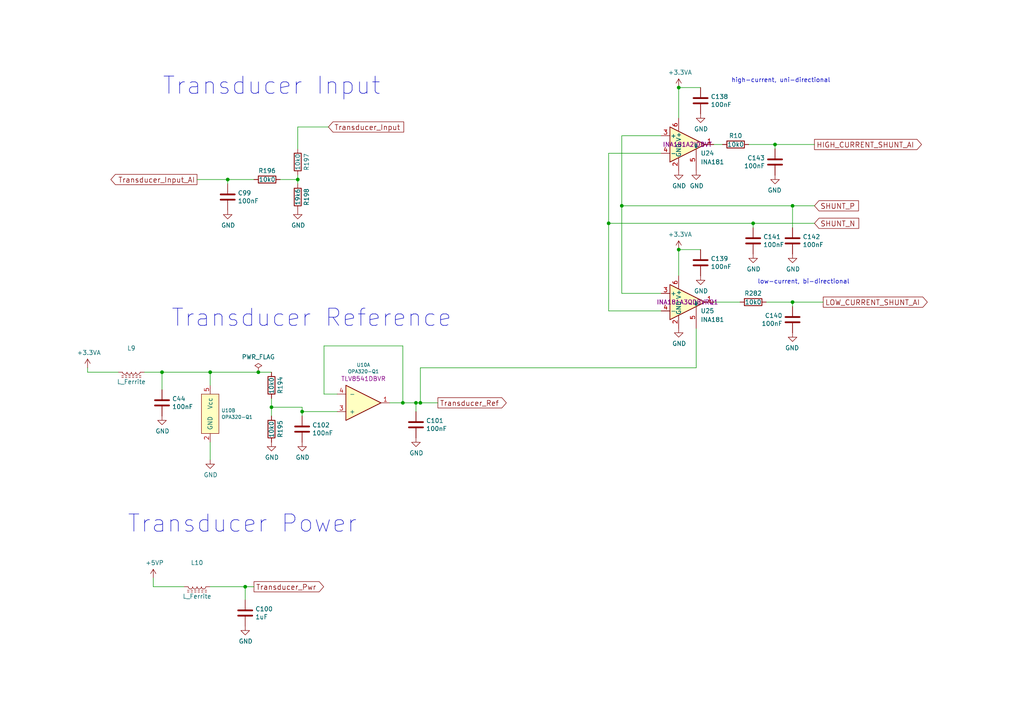
<source format=kicad_sch>
(kicad_sch (version 20250114) (generator "eeschema") (generator_version "9.0")
  (paper "A4")
  (lib_symbols
    (symbol "Amplifier_Current:INA181" (pin_names (offset 0.127))
      (property "Reference" "U" (at 3.81 3.81 0))
      (property "Value" "INA181" (at 3.81 -2.54 0))
      (symbol "INA181_0_1"
        (polyline (pts (xy 5.08 0) (xy -5.08 5.08) (xy -5.08 -5.08) (xy 5.08 0)) (stroke (width 0.254)) (fill (type background)))
      )
      (symbol "INA181_1_1"
        (pin input line (at -7.62 2.54 0) (length 2.54) (name "+") (number "3"))
        (pin input line (at -7.62 -2.54 0) (length 2.54) (name "-") (number "4"))
        (pin power_in line (at -2.54 7.62 270) (length 3.81) (name "V+") (number "6"))
        (pin power_in line (at -2.54 -7.62 90) (length 3.81) (name "GND") (number "2"))
        (pin input line (at 2.54 -7.62 90) (length 6.35) (name "REF") (number "5"))
        (pin output line (at 7.62 0 180) (length 2.54) (name "~") (number "1"))
      )
    )
    (symbol "Device:C" (pin_numbers (hide yes)) (pin_names (offset 0.254))
      (property "Reference" "C" (at 0.635 2.54 0))
      (property "Value" "C" (at 0.635 -2.54 0))
      (symbol "C_0_1"
        (polyline (pts (xy -2.032 0.762) (xy 2.032 0.762)) (stroke (width 0.508)))
        (polyline (pts (xy -2.032 -0.762) (xy 2.032 -0.762)) (stroke (width 0.508)))
      )
      (symbol "C_1_1"
        (pin passive line (at 0 3.81 270) (length 2.794) (name "~") (number "1"))
        (pin passive line (at 0 -3.81 90) (length 2.794) (name "~") (number "2"))
      )
    )
    (symbol "Device:L_Ferrite" (pin_numbers (hide yes)) (pin_names (offset 1.016) (hide yes))
      (property "Reference" "L" (at -1.27 0 90))
      (property "Value" "L_Ferrite" (at 2.794 0 90))
      (symbol "L_Ferrite_0_1"
        (arc (start 0 2.54) (mid 0.6323 1.905) (end 0 1.27))
        (arc (start 0 1.27) (mid 0.6323 0.635) (end 0 0))
        (arc (start 0 0) (mid 0.6323 -0.635) (end 0 -1.27))
        (arc (start 0 -1.27) (mid 0.6323 -1.905) (end 0 -2.54))
        (polyline (pts (xy 1.016 2.286) (xy 1.016 2.794)))
        (polyline (pts (xy 1.016 1.27) (xy 1.016 1.778)))
        (polyline (pts (xy 1.016 0.254) (xy 1.016 0.762)))
        (polyline (pts (xy 1.016 -0.762) (xy 1.016 -0.254)))
        (polyline (pts (xy 1.016 -1.778) (xy 1.016 -1.27)))
        (polyline (pts (xy 1.016 -2.794) (xy 1.016 -2.286)))
        (polyline (pts (xy 1.524 2.794) (xy 1.524 2.286)))
        (polyline (pts (xy 1.524 1.778) (xy 1.524 1.27)))
        (polyline (pts (xy 1.524 0.762) (xy 1.524 0.254)))
        (polyline (pts (xy 1.524 -0.254) (xy 1.524 -0.762)))
        (polyline (pts (xy 1.524 -1.27) (xy 1.524 -1.778)))
        (polyline (pts (xy 1.524 -2.286) (xy 1.524 -2.794)))
      )
      (symbol "L_Ferrite_1_1"
        (pin passive line (at 0 3.81 270) (length 1.27) (name "1") (number "1"))
        (pin passive line (at 0 -3.81 90) (length 1.27) (name "2") (number "2"))
      )
    )
    (symbol "Device:R" (pin_numbers (hide yes)) (pin_names (offset 0))
      (property "Reference" "R" (at 2.032 0 90))
      (property "Value" "R" (at 0 0 90))
      (symbol "R_0_1"
        (rectangle (start -1.016 -2.54) (end 1.016 2.54) (stroke (width 0.254)))
      )
      (symbol "R_1_1"
        (pin passive line (at 0 3.81 270) (length 1.27) (name "~") (number "1"))
        (pin passive line (at 0 -3.81 90) (length 1.27) (name "~") (number "2"))
      )
    )
    (symbol "ICs:OPA320-Q1" (pin_names (offset 1.016))
      (property "Reference" "U" (at -7.62 5.08 0))
      (property "Value" "OPA320-Q1" (at -8.89 -3.81 0))
      (property "Part Number" "OPA320AQDBVRQ1" (at -5.08 7.62 0))
      (symbol "OPA320-Q1_1_1"
        (polyline (pts (xy -10.16 0) (xy 0 5.08) (xy 0 -5.08) (xy -10.16 0)) (stroke (width 0.254)) (fill (type background)))
        (pin output line (at -12.7 0 0) (length 2.4892) (name "~") (number "1"))
        (pin input line (at 2.54 2.54 180) (length 2.4892) (name "+") (number "3"))
        (pin input line (at 2.54 -2.54 180) (length 2.4892) (name "-") (number "4"))
      )
      (symbol "OPA320-Q1_2_1"
        (rectangle (start -5.08 6.35) (end 0 -5.08) (fill (type background)))
        (pin power_in line (at -2.54 8.89 270) (length 2.4892) (name "Vcc") (number "5"))
        (pin power_in line (at -2.54 -7.62 90) (length 2.4892) (name "GND") (number "2"))
      )
    )
    (symbol "power:+3.3VA" (power) (pin_names (offset 0))
      (property "Value" "+3.3VA" (at 0 3.556 0))
      (symbol "+3.3VA_0_1"
        (polyline (pts (xy -0.762 1.27) (xy 0 2.54)))
        (polyline (pts (xy 0 2.54) (xy 0.762 1.27)))
        (polyline (pts (xy 0 0) (xy 0 2.54)))
      )
      (symbol "+3.3VA_1_1"
        (pin power_in line (at 0 0 90) (length 0) (hide yes) (name "+3.3VA") (number "1"))
      )
    )
    (symbol "power:+5VP" (power) (pin_names (offset 0))
      (property "Value" "+5VP" (at 0 3.556 0))
      (symbol "+5VP_0_1"
        (polyline (pts (xy -0.762 1.27) (xy 0 2.54)))
        (polyline (pts (xy 0 2.54) (xy 0.762 1.27)))
        (polyline (pts (xy 0 0) (xy 0 2.54)))
      )
      (symbol "+5VP_1_1"
        (pin power_in line (at 0 0 90) (length 0) (hide yes) (name "+5VP") (number "1"))
      )
    )
    (symbol "power:GND" (power) (pin_names (offset 0))
      (property "Value" "GND" (at 0 -3.81 0))
      (symbol "GND_0_1"
        (polyline (pts (xy 0 0) (xy 0 -1.27) (xy 1.27 -1.27) (xy 0 -2.54) (xy -1.27 -1.27) (xy 0 -1.27)))
      )
      (symbol "GND_1_1"
        (pin power_in line (at 0 0 270) (length 0) (hide yes) (name "GND") (number "1"))
      )
    )
    (symbol "power:PWR_FLAG" (power) (pin_numbers (hide yes)) (pin_names (offset 0) (hide yes))
      (property "Value" "PWR_FLAG" (at 0 3.81 0))
      (symbol "PWR_FLAG_0_0"
        (pin power_out line (at 0 0 90) (length 0) (name "pwr") (number "1"))
      )
      (symbol "PWR_FLAG_0_1"
        (polyline (pts (xy 0 0) (xy 0 1.27) (xy -1.016 1.905) (xy 0 2.54) (xy 1.016 1.905) (xy 0 1.27)))
      )
    )
  )
  (text "low-current, bi-directional" (at 219.71 82.55 0) (effects (font (size 1.27 1.27)) (justify left bottom)))
  (text "Transducer Reference" (at 49.53 95.25 0) (effects (font (size 5.0038 5.0038)) (justify left bottom)))
  (text "Transducer Input" (at 46.99 27.94 0) (effects (font (size 5.0038 5.0038)) (justify left bottom)))
  (text "Transducer Power" (at 36.83 154.94 0) (effects (font (size 5.0038 5.0038)) (justify left bottom)))
  (text "high-current, uni-directional" (at 212.09 24.13 0) (effects (font (size 1.27 1.27)) (justify left bottom)))
  (junction (at 74.93 107.95))
  (junction (at 224.79 41.91))
  (junction (at 176.53 64.77))
  (junction (at 78.74 118.11))
  (junction (at 180.34 59.69))
  (junction (at 196.85 25.4))
  (junction (at 121.92 116.84))
  (junction (at 229.87 59.69))
  (junction (at 87.63 119.38))
  (junction (at 116.84 116.84))
  (junction (at 71.12 170.18))
  (junction (at 229.87 87.63))
  (junction (at 66.04 52.07))
  (junction (at 218.44 64.77))
  (junction (at 60.96 107.95))
  (junction (at 196.85 72.39))
  (junction (at 86.36 52.07))
  (junction (at 46.99 107.95))
  (junction (at 120.65 116.84))
  (wire (pts (xy 87.63 118.11) (xy 78.74 118.11)))
  (wire (pts (xy 120.65 116.84) (xy 120.65 119.38)))
  (wire (pts (xy 191.77 85.09) (xy 180.34 85.09)))
  (wire (pts (xy 95.25 36.83) (xy 86.36 36.83)))
  (wire (pts (xy 196.85 25.4) (xy 196.85 34.29)))
  (wire (pts (xy 71.12 170.18) (xy 60.96 170.18)))
  (wire (pts (xy 180.34 85.09) (xy 180.34 59.69)))
  (wire (pts (xy 116.84 116.84) (xy 116.84 100.33)))
  (wire (pts (xy 44.45 170.18) (xy 44.45 167.64)))
  (wire (pts (xy 46.99 107.95) (xy 46.99 113.03)))
  (wire (pts (xy 218.44 64.77) (xy 176.53 64.77)))
  (wire (pts (xy 78.74 115.57) (xy 78.74 118.11)))
  (wire (pts (xy 87.63 120.65) (xy 87.63 119.38)))
  (wire (pts (xy 74.93 107.95) (xy 78.74 107.95)))
  (wire (pts (xy 93.98 100.33) (xy 93.98 114.3)))
  (wire (pts (xy 116.84 116.84) (xy 120.65 116.84)))
  (wire (pts (xy 222.25 87.63) (xy 229.87 87.63)))
  (wire (pts (xy 86.36 36.83) (xy 86.36 43.18)))
  (wire (pts (xy 229.87 59.69) (xy 180.34 59.69)))
  (wire (pts (xy 44.45 170.18) (xy 53.34 170.18)))
  (wire (pts (xy 229.87 87.63) (xy 238.76 87.63)))
  (wire (pts (xy 86.36 52.07) (xy 81.28 52.07)))
  (wire (pts (xy 201.93 106.68) (xy 201.93 95.25)))
  (wire (pts (xy 203.2 72.39) (xy 196.85 72.39)))
  (wire (pts (xy 176.53 64.77) (xy 176.53 90.17)))
  (wire (pts (xy 209.55 41.91) (xy 207.01 41.91)))
  (wire (pts (xy 25.4 107.95) (xy 34.29 107.95)))
  (wire (pts (xy 73.66 170.18) (xy 71.12 170.18)))
  (wire (pts (xy 60.96 107.95) (xy 74.93 107.95)))
  (wire (pts (xy 113.03 116.84) (xy 116.84 116.84)))
  (wire (pts (xy 93.98 114.3) (xy 97.79 114.3)))
  (wire (pts (xy 191.77 44.45) (xy 176.53 44.45)))
  (wire (pts (xy 86.36 52.07) (xy 86.36 53.34)))
  (wire (pts (xy 224.79 41.91) (xy 217.17 41.91)))
  (wire (pts (xy 214.63 87.63) (xy 207.01 87.63)))
  (wire (pts (xy 176.53 44.45) (xy 176.53 64.77)))
  (wire (pts (xy 196.85 72.39) (xy 196.85 80.01)))
  (wire (pts (xy 71.12 173.99) (xy 71.12 170.18)))
  (wire (pts (xy 180.34 59.69) (xy 180.34 39.37)))
  (wire (pts (xy 176.53 90.17) (xy 191.77 90.17)))
  (wire (pts (xy 127 116.84) (xy 121.92 116.84)))
  (wire (pts (xy 87.63 119.38) (xy 97.79 119.38)))
  (wire (pts (xy 180.34 39.37) (xy 191.77 39.37)))
  (wire (pts (xy 87.63 119.38) (xy 87.63 118.11)))
  (wire (pts (xy 25.4 107.95) (xy 25.4 106.68)))
  (wire (pts (xy 116.84 100.33) (xy 93.98 100.33)))
  (wire (pts (xy 236.22 59.69) (xy 229.87 59.69)))
  (wire (pts (xy 218.44 66.04) (xy 218.44 64.77)))
  (wire (pts (xy 86.36 50.8) (xy 86.36 52.07)))
  (wire (pts (xy 203.2 25.4) (xy 196.85 25.4)))
  (wire (pts (xy 46.99 107.95) (xy 60.96 107.95)))
  (wire (pts (xy 229.87 87.63) (xy 229.87 88.9)))
  (wire (pts (xy 229.87 59.69) (xy 229.87 66.04)))
  (wire (pts (xy 66.04 52.07) (xy 57.15 52.07)))
  (wire (pts (xy 41.91 107.95) (xy 46.99 107.95)))
  (wire (pts (xy 224.79 41.91) (xy 224.79 43.18)))
  (wire (pts (xy 73.66 52.07) (xy 66.04 52.07)))
  (wire (pts (xy 78.74 118.11) (xy 78.74 120.65)))
  (wire (pts (xy 121.92 116.84) (xy 120.65 116.84)))
  (wire (pts (xy 60.96 107.95) (xy 60.96 111.76)))
  (wire (pts (xy 121.92 116.84) (xy 121.92 106.68)))
  (wire (pts (xy 60.96 128.27) (xy 60.96 133.35)))
  (wire (pts (xy 121.92 106.68) (xy 201.93 106.68)))
  (wire (pts (xy 66.04 52.07) (xy 66.04 53.34)))
  (wire (pts (xy 236.22 64.77) (xy 218.44 64.77)))
  (wire (pts (xy 236.22 41.91) (xy 224.79 41.91)))
  (global_label "Transducer_Input" (shape input) (at 95.25 36.83 0) (effects (font (size 1.4986 1.4986))) (property "Intersheetrefs" "${INTERSHEET_REFS}" (effects (hide yes))))
  (global_label "LOW_CURRENT_SHUNT_AI" (shape output) (at 238.76 87.63 0) (effects (font (size 1.4986 1.4986))) (property "Intersheetrefs" "${INTERSHEET_REFS}" (effects (hide yes))))
  (global_label "Transducer_Ref" (shape output) (at 127 116.84 0) (effects (font (size 1.4986 1.4986))) (property "Intersheetrefs" "${INTERSHEET_REFS}" (effects (hide yes))))
  (global_label "SHUNT_N" (shape input) (at 236.22 64.77 0) (effects (font (size 1.4986 1.4986))) (property "Intersheetrefs" "${INTERSHEET_REFS}" (effects (hide yes))))
  (global_label "Transducer_Pwr" (shape output) (at 73.66 170.18 0) (effects (font (size 1.4986 1.4986))) (property "Intersheetrefs" "${INTERSHEET_REFS}" (effects (hide yes))))
  (global_label "SHUNT_P" (shape input) (at 236.22 59.69 0) (effects (font (size 1.4986 1.4986))) (property "Intersheetrefs" "${INTERSHEET_REFS}" (effects (hide yes))))
  (global_label "HIGH_CURRENT_SHUNT_AI" (shape output) (at 236.22 41.91 0) (effects (font (size 1.4986 1.4986))) (property "Intersheetrefs" "${INTERSHEET_REFS}" (effects (hide yes))))
  (global_label "Transducer_Input_AI" (shape output) (at 57.15 52.07 180) (effects (font (size 1.4986 1.4986))) (property "Intersheetrefs" "${INTERSHEET_REFS}" (effects (hide yes))))
  (symbol (lib_id "Device:R") (at 78.74 111.76 0) (unit 1)
    (property "Reference" "R194" (at 81.28 114.3 90) (effects (justify left)))
    (property "Value" "10k0" (at 78.74 114.3 90) (effects (justify left)))
    (property "Footprint" "Resistor_SMD:R_0603_1608Metric" (effects (hide yes)))
    (property "Datasheet" "http://www.yageo.com/NewPortal/yageodocoutput?fileName=/pdf/R-Chip/PYu-AC_51_RoHS_L_6.pdf" (effects (hide yes)))
    (property "Digikey_PN" "311-10KLDCT-ND" (effects (hide yes)))
    (property "MPN" "AC0603FR-0710KL" (effects (hide yes)))
    (property "Part Number" "AC0603FR-0710KL" (effects (hide yes)))
  )
  (symbol (lib_id "Device:R") (at 78.74 124.46 0) (unit 1)
    (property "Reference" "R195" (at 81.28 127 90) (effects (justify left)))
    (property "Value" "10k0" (at 78.74 127 90) (effects (justify left)))
    (property "Footprint" "Resistor_SMD:R_0603_1608Metric" (effects (hide yes)))
    (property "Datasheet" "http://www.yageo.com/NewPortal/yageodocoutput?fileName=/pdf/R-Chip/PYu-AC_51_RoHS_L_6.pdf" (effects (hide yes)))
    (property "Digikey_PN" "311-10KLDCT-ND" (effects (hide yes)))
    (property "MPN" "AC0603FR-0710KL" (effects (hide yes)))
    (property "Part Number" "AC0603FR-0710KL" (effects (hide yes)))
  )
  (symbol (lib_id "power:GND") (at 78.74 128.27 0) (unit 1)
    (property "Reference" "#PWR0147" (effects (hide yes)))
    (property "Value" "GND" (at 78.867 132.6642 0))
  )
  (symbol (lib_id "Device:L_Ferrite") (at 57.15 170.18 270) (unit 1)
    (property "Reference" "L10" (at 57.15 163.2204 90))
    (property "Value" "L_Ferrite" (at 57.15 172.974 90))
    (property "Footprint" "Inductor_SMD:L_0603_1608Metric" (effects (hide yes)))
    (property "Datasheet" "https://www.we-online.com/katalog/datasheet/742792609.pdf" (effects (hide yes)))
    (property "MPN" "742792609" (effects (hide yes)))
    (property "Part Number" "742792609" (effects (hide yes)))
    (property "Digikey_PN" "732-1591-1-ND" (effects (hide yes)))
  )
  (symbol (lib_id "Device:C") (at 71.12 177.8 0) (unit 1)
    (property "Reference" "C100" (at 74.041 176.6316 0) (effects (justify left)))
    (property "Value" "1uF" (at 74.041 178.943 0) (effects (justify left)))
    (property "Footprint" "Capacitor_SMD:C_0603_1608Metric" (effects (hide yes)))
    (property "Datasheet" "https://product.tdk.com/system/files/dam/doc/product/capacitor/ceramic/mlcc/catalog/mlcc_automotive_general_en.pdf" (effects (hide yes)))
    (property "Part Number" "CGA3E1X7R1C105K080AC" (effects (hide yes)))
    (property "Digikey_PN" "445-12539-1-ND" (effects (hide yes)))
  )
  (symbol (lib_id "power:GND") (at 71.12 181.61 0) (unit 1)
    (property "Reference" "#PWR0151" (effects (hide yes)))
    (property "Value" "GND" (at 71.247 186.0042 0))
  )
  (symbol (lib_id "Device:R") (at 86.36 46.99 180) (unit 1)
    (property "Reference" "R197" (at 88.9 46.99 90))
    (property "Value" "10k0" (at 86.36 46.99 90))
    (property "Footprint" "Resistor_SMD:R_0603_1608Metric" (effects (hide yes)))
    (property "Datasheet" "http://www.yageo.com/NewPortal/yageodocoutput?fileName=/pdf/R-Chip/PYu-AC_51_RoHS_L_6.pdf" (effects (hide yes)))
    (property "Digikey_PN" "311-10KLDCT-ND" (effects (hide yes)))
    (property "MPN" "AC0603FR-0710KL" (effects (hide yes)))
    (property "Part Number" "AC0603FR-0710KL" (effects (hide yes)))
  )
  (symbol (lib_id "Device:R") (at 86.36 57.15 180) (unit 1)
    (property "Reference" "R198" (at 88.9 57.15 90))
    (property "Value" "19k6" (at 86.36 57.15 90))
    (property "Footprint" "Resistor_SMD:R_0603_1608Metric" (effects (hide yes)))
    (property "Datasheet" "https://www.seielect.com/catalog/sei-rmcf_rmcp.pdf" (effects (hide yes)))
    (property "Part Number" "RMCF0603FT19K6" (effects (hide yes)))
    (property "Digikey_PN" "RMCF0603FT19K6CT-ND" (effects (hide yes)))
    (property "MPN" "RMCF0603FT19K6" (effects (hide yes)))
  )
  (symbol (lib_id "power:GND") (at 86.36 60.96 0) (unit 1)
    (property "Reference" "#PWR0152" (effects (hide yes)))
    (property "Value" "GND" (at 86.487 65.3542 0))
  )
  (symbol (lib_id "Device:C") (at 66.04 57.15 0) (unit 1)
    (property "Reference" "C99" (at 68.961 55.9816 0) (effects (justify left)))
    (property "Value" "100nF" (at 68.961 58.293 0) (effects (justify left)))
    (property "Footprint" "Capacitor_SMD:C_0603_1608Metric" (effects (hide yes)))
    (property "Datasheet" "http://psearch.en.murata.com/capacitor/product/GCM188R71H104KA57%23.pdf" (effects (hide yes)))
    (property "MPN" "GCM188R71H104KA57D" (effects (hide yes)))
    (property "Part Number" "GCM188R71H104KA57D" (effects (hide yes)))
    (property "Digikey_PN" "490-4779-1-ND" (effects (hide yes)))
  )
  (symbol (lib_id "power:GND") (at 66.04 60.96 0) (unit 1)
    (property "Reference" "#PWR0149" (effects (hide yes)))
    (property "Value" "GND" (at 66.167 65.3542 0))
  )
  (symbol (lib_id "Device:C") (at 120.65 123.19 0) (unit 1)
    (property "Reference" "C101" (at 123.571 122.0216 0) (effects (justify left)))
    (property "Value" "100nF" (at 123.571 124.333 0) (effects (justify left)))
    (property "Footprint" "Capacitor_SMD:C_0603_1608Metric" (effects (hide yes)))
    (property "Datasheet" "http://psearch.en.murata.com/capacitor/product/GCM188R71H104KA57%23.pdf" (effects (hide yes)))
    (property "MPN" "GCM188R71H104KA57D" (effects (hide yes)))
    (property "Part Number" "GCM188R71H104KA57D" (effects (hide yes)))
    (property "Digikey_PN" "490-4779-1-ND" (effects (hide yes)))
  )
  (symbol (lib_id "power:GND") (at 120.65 127 0) (unit 1)
    (property "Reference" "#PWR0153" (effects (hide yes)))
    (property "Value" "GND" (at 120.777 131.3942 0))
  )
  (symbol (lib_id "Device:R") (at 77.47 52.07 270) (unit 1)
    (property "Reference" "R196" (at 77.47 49.53 90))
    (property "Value" "10k0" (at 77.47 52.07 90))
    (property "Footprint" "Resistor_SMD:R_0603_1608Metric" (effects (hide yes)))
    (property "Datasheet" "http://www.yageo.com/NewPortal/yageodocoutput?fileName=/pdf/R-Chip/PYu-AC_51_RoHS_L_6.pdf" (effects (hide yes)))
    (property "MPN" "AC0603FR-0710KL" (effects (hide yes)))
    (property "Part Number" "AC0603FR-0710KL" (effects (hide yes)))
    (property "Digikey_PN" "311-10KLDCT-ND" (effects (hide yes)))
  )
  (symbol (lib_id "power:GND") (at 60.96 133.35 0) (unit 1)
    (property "Reference" "#PWR0150" (effects (hide yes)))
    (property "Value" "GND" (at 61.087 137.7442 0))
  )
  (symbol (lib_id "Device:L_Ferrite") (at 38.1 107.95 270) (unit 1)
    (property "Reference" "L9" (at 38.1 100.9904 90))
    (property "Value" "L_Ferrite" (at 38.1 110.744 90))
    (property "Footprint" "Inductor_SMD:L_0603_1608Metric" (effects (hide yes)))
    (property "Datasheet" "https://www.we-online.com/katalog/datasheet/742792609.pdf" (effects (hide yes)))
    (property "MPN" "742792609" (effects (hide yes)))
    (property "Part Number" "742792609" (effects (hide yes)))
    (property "Digikey_PN" "732-1591-1-ND" (effects (hide yes)))
  )
  (symbol (lib_id "Device:C") (at 87.63 124.46 0) (unit 1)
    (property "Reference" "C102" (at 90.551 123.2916 0) (effects (justify left)))
    (property "Value" "100nF" (at 90.551 125.603 0) (effects (justify left)))
    (property "Footprint" "Capacitor_SMD:C_0603_1608Metric" (effects (hide yes)))
    (property "Datasheet" "http://psearch.en.murata.com/capacitor/product/GCM188R71H104KA57%23.pdf" (effects (hide yes)))
    (property "MPN" "GCM188R71H104KA57D" (effects (hide yes)))
    (property "Part Number" "GCM188R71H104KA57D" (effects (hide yes)))
    (property "Digikey_PN" "490-4779-1-ND" (effects (hide yes)))
  )
  (symbol (lib_id "power:GND") (at 87.63 128.27 0) (unit 1)
    (property "Reference" "#PWR0155" (effects (hide yes)))
    (property "Value" "GND" (at 87.757 132.6642 0))
  )
  (symbol (lib_id "power:PWR_FLAG") (at 74.93 107.95 0) (unit 1)
    (property "Reference" "#FLG0106" (effects (hide yes)))
    (property "Value" "PWR_FLAG" (at 74.93 103.5304 0))
  )
  (symbol (lib_id "power:+5VP") (at 44.45 167.64 0) (unit 1)
    (property "Reference" "#PWR0157" (effects (hide yes)))
    (property "Value" "+5VP" (at 44.831 163.2458 0))
  )
  (symbol (lib_id "Amplifier_Current:INA181") (at 199.39 41.91 0) (unit 1)
    (property "Reference" "U24" (at 203.2 44.45 0) (effects (justify left)))
    (property "Value" "INA181" (at 203.2 46.99 0) (effects (justify left)))
    (property "Footprint" "Package_TO_SOT_SMD:SOT-23-6" (effects (hide yes)))
    (property "Datasheet" "http://www.ti.com/lit/ds/symlink/ina181.pdf" (effects (hide yes)))
    (property "Digikey_PN" "296-46635-1-ND" (effects (hide yes)))
    (property "Part Number" "INA181A2IDBVT" (effects (hide yes)))
    (property "MPN" "INA181A2IDBVT" (at 199.39 41.91 0))
  )
  (symbol (lib_id "Amplifier_Current:INA181") (at 199.39 87.63 0) (unit 1)
    (property "Reference" "U25" (at 203.2 90.17 0) (effects (justify left)))
    (property "Value" "INA181" (at 203.2 92.71 0) (effects (justify left)))
    (property "Footprint" "Package_TO_SOT_SMD:SOT-23-6" (effects (hide yes)))
    (property "Datasheet" "http://www.ti.com/lit/ds/symlink/ina181.pdf" (effects (hide yes)))
    (property "Part Number" "INA181A3QDBVRQ1" (effects (hide yes)))
    (property "Digikey_PN" "296-INA181A3QDBVRQ1CT-ND" (effects (hide yes)))
    (property "MPN" "INA181A3QDBVRQ1" (at 199.39 87.63 0))
  )
  (symbol (lib_id "Device:C") (at 203.2 76.2 0) (unit 1)
    (property "Reference" "C139" (at 206.121 75.0316 0) (effects (justify left)))
    (property "Value" "100nF" (at 206.121 77.343 0) (effects (justify left)))
    (property "Footprint" "Capacitor_SMD:C_0603_1608Metric" (effects (hide yes)))
    (property "Datasheet" "http://psearch.en.murata.com/capacitor/product/GCM188R71H104KA57%23.pdf" (effects (hide yes)))
    (property "MPN" "GCM188R71H104KA57D" (effects (hide yes)))
    (property "Part Number" "GCM188R71H104KA57D" (effects (hide yes)))
    (property "Digikey_PN" "490-4779-1-ND" (effects (hide yes)))
  )
  (symbol (lib_id "power:GND") (at 203.2 80.01 0) (unit 1)
    (property "Reference" "#PWR081" (effects (hide yes)))
    (property "Value" "GND" (at 203.327 84.4042 0))
  )
  (symbol (lib_id "power:GND") (at 196.85 95.25 0) (unit 1)
    (property "Reference" "#PWR078" (effects (hide yes)))
    (property "Value" "GND" (at 196.977 99.6442 0))
  )
  (symbol (lib_id "power:GND") (at 196.85 49.53 0) (unit 1)
    (property "Reference" "#PWR076" (effects (hide yes)))
    (property "Value" "GND" (at 196.977 53.9242 0))
  )
  (symbol (lib_id "power:GND") (at 201.93 49.53 0) (unit 1)
    (property "Reference" "#PWR079" (effects (hide yes)))
    (property "Value" "GND" (at 202.057 53.9242 0))
  )
  (symbol (lib_id "Device:C") (at 203.2 29.21 0) (unit 1)
    (property "Reference" "C138" (at 206.121 28.0416 0) (effects (justify left)))
    (property "Value" "100nF" (at 206.121 30.353 0) (effects (justify left)))
    (property "Footprint" "Capacitor_SMD:C_0603_1608Metric" (effects (hide yes)))
    (property "Datasheet" "http://psearch.en.murata.com/capacitor/product/GCM188R71H104KA57%23.pdf" (effects (hide yes)))
    (property "MPN" "GCM188R71H104KA57D" (effects (hide yes)))
    (property "Part Number" "GCM188R71H104KA57D" (effects (hide yes)))
    (property "Digikey_PN" "490-4779-1-ND" (effects (hide yes)))
  )
  (symbol (lib_id "power:GND") (at 203.2 33.02 0) (unit 1)
    (property "Reference" "#PWR080" (effects (hide yes)))
    (property "Value" "GND" (at 203.327 37.4142 0))
  )
  (symbol (lib_id "Device:C") (at 229.87 92.71 0) (mirror y) (unit 1)
    (property "Reference" "C140" (at 226.949 91.5416 0) (effects (justify left)))
    (property "Value" "100nF" (at 226.949 93.853 0) (effects (justify left)))
    (property "Footprint" "Capacitor_SMD:C_0603_1608Metric" (effects (hide yes)))
    (property "Datasheet" "http://psearch.en.murata.com/capacitor/product/GCM188R71H104KA57%23.pdf" (effects (hide yes)))
    (property "MPN" "GCM188R71H104KA57D" (effects (hide yes)))
    (property "Part Number" "GCM188R71H104KA57D" (effects (hide yes)))
    (property "Digikey_PN" "490-4779-1-ND" (effects (hide yes)))
  )
  (symbol (lib_id "power:GND") (at 229.87 96.52 0) (mirror y) (unit 1)
    (property "Reference" "#PWR082" (effects (hide yes)))
    (property "Value" "GND" (at 229.743 100.9142 0))
  )
  (symbol (lib_id "Device:R") (at 218.44 87.63 90) (mirror x) (unit 1)
    (property "Reference" "R282" (at 218.44 85.09 90))
    (property "Value" "10k0" (at 218.44 87.63 90))
    (property "Footprint" "Resistor_SMD:R_0603_1608Metric" (effects (hide yes)))
    (property "Datasheet" "http://www.yageo.com/NewPortal/yageodocoutput?fileName=/pdf/R-Chip/PYu-AC_51_RoHS_L_6.pdf" (effects (hide yes)))
    (property "MPN" "AC0603FR-0710KL" (effects (hide yes)))
    (property "Part Number" "AC0603FR-0710KL" (effects (hide yes)))
    (property "Digikey_PN" "311-10KLDCT-ND" (effects (hide yes)))
  )
  (symbol (lib_id "power:+3.3VA") (at 196.85 25.4 0) (unit 1)
    (property "Reference" "#PWR075" (effects (hide yes)))
    (property "Value" "+3.3VA" (at 197.231 21.0058 0))
  )
  (symbol (lib_id "Device:C") (at 229.87 69.85 0) (unit 1)
    (property "Reference" "C142" (at 232.791 68.6816 0) (effects (justify left)))
    (property "Value" "100nF" (at 232.791 70.993 0) (effects (justify left)))
    (property "Footprint" "Capacitor_SMD:C_0603_1608Metric" (effects (hide yes)))
    (property "Datasheet" "http://psearch.en.murata.com/capacitor/product/GCM188R71H104KA57%23.pdf" (effects (hide yes)))
    (property "MPN" "GCM188R71H104KA57D" (effects (hide yes)))
    (property "Part Number" "GCM188R71H104KA57D" (effects (hide yes)))
    (property "Digikey_PN" "490-4779-1-ND" (effects (hide yes)))
  )
  (symbol (lib_id "power:GND") (at 229.87 73.66 0) (unit 1)
    (property "Reference" "#PWR084" (effects (hide yes)))
    (property "Value" "GND" (at 229.997 78.0542 0))
  )
  (symbol (lib_id "Device:C") (at 218.44 69.85 0) (unit 1)
    (property "Reference" "C141" (at 221.361 68.6816 0) (effects (justify left)))
    (property "Value" "100nF" (at 221.361 70.993 0) (effects (justify left)))
    (property "Footprint" "Capacitor_SMD:C_0603_1608Metric" (effects (hide yes)))
    (property "Datasheet" "http://psearch.en.murata.com/capacitor/product/GCM188R71H104KA57%23.pdf" (effects (hide yes)))
    (property "MPN" "GCM188R71H104KA57D" (effects (hide yes)))
    (property "Part Number" "GCM188R71H104KA57D" (effects (hide yes)))
    (property "Digikey_PN" "490-4779-1-ND" (effects (hide yes)))
  )
  (symbol (lib_id "power:GND") (at 218.44 73.66 0) (unit 1)
    (property "Reference" "#PWR083" (effects (hide yes)))
    (property "Value" "GND" (at 218.567 78.0542 0))
  )
  (symbol (lib_id "power:+3.3VA") (at 196.85 72.39 0) (unit 1)
    (property "Reference" "#PWR0275" (effects (hide yes)))
    (property "Value" "+3.3VA" (at 197.231 67.9958 0))
  )
  (symbol (lib_id "Device:R") (at 213.36 41.91 90) (mirror x) (unit 1)
    (property "Reference" "R10" (at 213.36 39.37 90))
    (property "Value" "10k0" (at 213.36 41.91 90))
    (property "Footprint" "Resistor_SMD:R_0603_1608Metric" (effects (hide yes)))
    (property "Datasheet" "http://www.yageo.com/NewPortal/yageodocoutput?fileName=/pdf/R-Chip/PYu-AC_51_RoHS_L_6.pdf" (effects (hide yes)))
    (property "MPN" "AC0603FR-0710KL" (effects (hide yes)))
    (property "Part Number" "AC0603FR-0710KL" (effects (hide yes)))
    (property "Digikey_PN" "311-10KLDCT-ND" (effects (hide yes)))
  )
  (symbol (lib_id "Device:C") (at 224.79 46.99 0) (mirror y) (unit 1)
    (property "Reference" "C143" (at 221.869 45.8216 0) (effects (justify left)))
    (property "Value" "100nF" (at 221.869 48.133 0) (effects (justify left)))
    (property "Footprint" "Capacitor_SMD:C_0603_1608Metric" (effects (hide yes)))
    (property "Datasheet" "http://psearch.en.murata.com/capacitor/product/GCM188R71H104KA57%23.pdf" (effects (hide yes)))
    (property "MPN" "GCM188R71H104KA57D" (effects (hide yes)))
    (property "Part Number" "GCM188R71H104KA57D" (effects (hide yes)))
    (property "Digikey_PN" "490-4779-1-ND" (effects (hide yes)))
  )
  (symbol (lib_id "power:GND") (at 224.79 50.8 0) (mirror y) (unit 1)
    (property "Reference" "#PWR0278" (effects (hide yes)))
    (property "Value" "GND" (at 224.663 55.1942 0))
  )
  (symbol (lib_id "power:+3.3VA") (at 25.4 106.68 0) (unit 1)
    (property "Reference" "#PWR0158" (effects (hide yes)))
    (property "Value" "+3.3VA" (at 25.781 102.2858 0))
  )
  (symbol (lib_id "ICs:OPA320-Q1") (at 100.33 116.84 180) (unit 1)
    (property "Reference" "U10" (at 105.41 105.8418 0) (effects (font (size 0.9906 0.9906))))
    (property "Value" "OPA320-Q1" (at 105.41 107.7468 0) (effects (font (size 0.9906 0.9906))))
    (property "Footprint" "Package_TO_SOT_SMD:SOT-23-5" (effects (hide yes)))
    (property "Datasheet" "https://www.ti.com/lit/ds/symlink/tlv8541.pdf?HQS=dis-dk-null-digikeymode-dsf-pf-null-wwe&ts=1646847239807&ref_url=https%253A%252F%252Fwww.ti.com%252Fgeneral%252Fdocs%252Fsuppproductinfo.tsp%253FdistId%253D10%2526gotoUrl%253Dhttps%253A%252F%252Fwww.ti.com%252Flit%252Fgpn%252Ftlv8541" (effects (hide yes)))
    (property "Part Number" "TLV8541DBVR" (at 105.41 109.855 0))
    (property "Digikey_PN" "296-47595-1-ND" (effects (hide yes)))
  )
  (symbol (lib_id "ICs:OPA320-Q1") (at 63.5 120.65 0) (unit 2)
    (property "Reference" "U10" (at 64.2112 119.0498 0) (effects (font (size 0.9906 0.9906)) (justify left)))
    (property "Value" "OPA320-Q1" (at 64.2112 120.9548 0) (effects (font (size 0.9906 0.9906)) (justify left)))
    (property "Footprint" "Package_TO_SOT_SMD:SOT-23-5" (effects (hide yes)))
    (property "Datasheet" "https://www.ti.com/lit/ds/symlink/tlv8541.pdf?HQS=dis-dk-null-digikeymode-dsf-pf-null-wwe&ts=1646847239807&ref_url=https%253A%252F%252Fwww.ti.com%252Fgeneral%252Fdocs%252Fsuppproductinfo.tsp%253FdistId%253D10%2526gotoUrl%253Dhttps%253A%252F%252Fwww.ti.com%252Flit%252Fgpn%252Ftlv8541" (effects (hide yes)))
    (property "Part Number" "TLV8541DBVR" (effects (hide yes)))
    (property "Digikey_PN" "296-47595-1-ND" (effects (hide yes)))
  )
  (symbol (lib_id "Device:C") (at 46.99 116.84 0) (unit 1)
    (property "Reference" "C44" (at 49.911 115.6716 0) (effects (justify left)))
    (property "Value" "100nF" (at 49.911 117.983 0) (effects (justify left)))
    (property "Footprint" "Capacitor_SMD:C_0603_1608Metric" (effects (hide yes)))
    (property "Datasheet" "http://psearch.en.murata.com/capacitor/product/GCM188R71H104KA57%23.pdf" (effects (hide yes)))
    (property "MPN" "GCM188R71H104KA57D" (effects (hide yes)))
    (property "Part Number" "GCM188R71H104KA57D" (effects (hide yes)))
    (property "Digikey_PN" "490-4779-1-ND" (effects (hide yes)))
  )
  (symbol (lib_id "power:GND") (at 46.99 120.65 0) (unit 1)
    (property "Reference" "#PWR032" (effects (hide yes)))
    (property "Value" "GND" (at 47.117 125.0442 0))
  )
)
</source>
